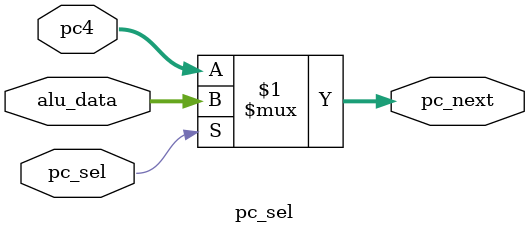
<source format=sv>
module pc_sel(
	input logic pc_sel,
	input logic [31:0] alu_data, pc4,
	output logic [31:0] pc_next
);
assign pc_next = (pc_sel)? alu_data : pc4;
endmodule

</source>
